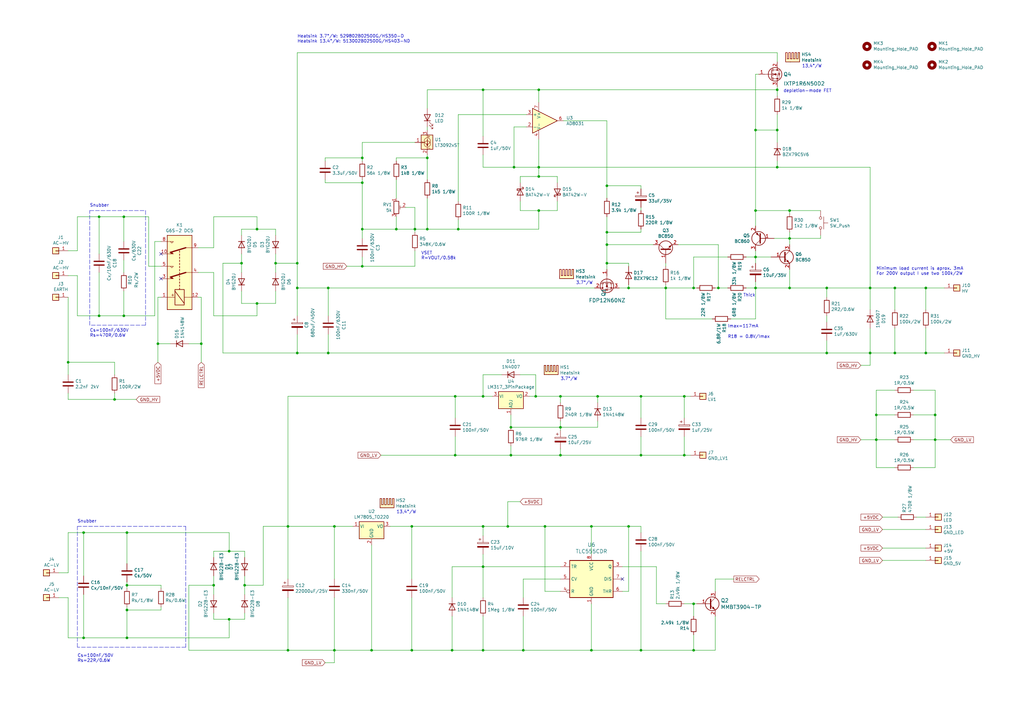
<source format=kicad_sch>
(kicad_sch (version 20211123) (generator eeschema)
  (paper "A3")
  (title_block (title "Discrete HV Supply T-Reg based") (date "2022-08-12") (rev "V3"))
  (junction (at 248.92 76.2))
  (junction (at 52.07 250.19))
  (junction (at 248.92 107.95))
  (junction (at 175.26 64.77))
  (junction (at 220.98 86.36))
  (junction (at 242.57 215.9))
  (junction (at 148.59 109.22))
  (junction (at 170.18 93.98))
  (junction (at 229.87 186.69))
  (junction (at 248.92 95.25))
  (junction (at 223.52 215.9))
  (junction (at 198.12 266.7))
  (junction (at 168.91 215.9))
  (junction (at 339.09 144.78))
  (junction (at 262.89 186.69))
  (junction (at 356.87 118.11))
  (junction (at 309.88 118.11))
  (junction (at 318.77 36.83))
  (junction (at 100.33 240.03))
  (junction (at 198.12 232.41))
  (junction (at 367.03 144.78))
  (junction (at 257.81 215.9))
  (junction (at 99.06 107.95))
  (junction (at 162.56 93.98))
  (junction (at 121.92 118.11))
  (junction (at 40.64 88.9))
  (junction (at 208.28 215.9))
  (junction (at 280.67 186.69))
  (junction (at 229.87 162.56))
  (junction (at 209.55 186.69))
  (junction (at 82.55 140.97))
  (junction (at 379.73 144.78))
  (junction (at 118.11 266.7))
  (junction (at 323.85 118.11))
  (junction (at 34.29 218.44))
  (junction (at 214.63 266.7))
  (junction (at 148.59 64.77))
  (junction (at 50.8 129.54))
  (junction (at 118.11 215.9))
  (junction (at 121.92 144.78))
  (junction (at 198.12 215.9))
  (junction (at 168.91 266.7))
  (junction (at 323.85 97.79))
  (junction (at 318.77 53.34))
  (junction (at 134.62 118.11))
  (junction (at 379.73 118.11))
  (junction (at 46.99 163.83))
  (junction (at 339.09 118.11))
  (junction (at 34.29 261.62))
  (junction (at 137.16 215.9))
  (junction (at 383.54 170.18))
  (junction (at 209.55 175.26))
  (junction (at 148.59 74.93))
  (junction (at 220.98 72.39))
  (junction (at 113.03 107.95))
  (junction (at 273.05 118.11))
  (junction (at 284.48 118.11))
  (junction (at 27.94 148.59))
  (junction (at 186.69 186.69))
  (junction (at 52.07 261.62))
  (junction (at 262.89 162.56))
  (junction (at 245.11 162.56))
  (junction (at 318.77 68.58))
  (junction (at 93.98 254))
  (junction (at 121.92 107.95))
  (junction (at 187.96 93.98))
  (junction (at 284.48 266.7))
  (junction (at 198.12 36.83))
  (junction (at 383.54 180.34))
  (junction (at 359.41 170.18))
  (junction (at 105.41 93.98))
  (junction (at 309.88 53.34))
  (junction (at 40.64 129.54))
  (junction (at 134.62 144.78))
  (junction (at 280.67 162.56))
  (junction (at 64.77 140.97))
  (junction (at 262.89 266.7))
  (junction (at 219.71 162.56))
  (junction (at 52.07 240.03))
  (junction (at 220.98 36.83))
  (junction (at 323.85 86.36))
  (junction (at 93.98 226.06))
  (junction (at 148.59 93.98))
  (junction (at 367.03 118.11))
  (junction (at 242.57 266.7))
  (junction (at 359.41 180.34))
  (junction (at 309.88 86.36))
  (junction (at 257.81 118.11))
  (junction (at 210.82 68.58))
  (junction (at 152.4 266.7))
  (junction (at 50.8 88.9))
  (junction (at 356.87 144.78))
  (junction (at 198.12 162.56))
  (junction (at 175.26 93.98))
  (junction (at 87.63 240.03))
  (junction (at 185.42 266.7))
  (junction (at 229.87 175.26))
  (junction (at 309.88 105.41))
  (junction (at 186.69 162.56))
  (junction (at 284.48 247.65))
  (junction (at 220.98 68.58))
  (junction (at 248.92 100.33))
  (junction (at 105.41 124.46))
  (junction (at 52.07 218.44))
  (junction (at 137.16 266.7))
  (junction (at 294.64 118.11))
  (no_connect (at 66.04 114.3))
  (no_connect (at 255.27 237.49))
  (no_connect (at 66.04 104.14))
  (wire (pts (xy 242.57 266.7) (xy 262.89 266.7)))
  (wire (pts (xy 148.59 64.77) (xy 148.59 66.04)))
  (wire (pts (xy 121.92 144.78) (xy 134.62 144.78)))
  (wire (pts (xy 257.81 107.95) (xy 248.92 107.95)))
  (wire (pts (xy 220.98 68.58) (xy 220.98 57.15)))
  (wire (pts (xy 99.06 93.98) (xy 105.41 93.98)))
  (wire (pts (xy 46.99 163.83) (xy 27.94 163.83)))
  (wire (pts (xy 306.07 118.11) (xy 309.88 118.11)))
  (wire (pts (xy 229.87 175.26) (xy 229.87 176.53)))
  (wire (pts (xy 121.92 21.59) (xy 121.92 107.95)))
  (wire (pts (xy 52.07 248.92) (xy 52.07 250.19)))
  (wire (pts (xy 87.63 254) (xy 87.63 251.46)))
  (wire (pts (xy 374.65 191.77) (xy 383.54 191.77)))
  (wire (pts (xy 168.91 245.11) (xy 168.91 266.7)))
  (polyline (pts (xy 31.75 215.9) (xy 76.2 215.9)))
  (wire (pts (xy 152.4 266.7) (xy 168.91 266.7)))
  (wire (pts (xy 318.77 53.34) (xy 318.77 46.99)))
  (wire (pts (xy 160.02 215.9) (xy 168.91 215.9)))
  (wire (pts (xy 248.92 76.2) (xy 248.92 81.28)))
  (wire (pts (xy 99.06 96.52) (xy 99.06 93.98)))
  (wire (pts (xy 387.35 144.78) (xy 379.73 144.78)))
  (polyline (pts (xy 59.69 86.36) (xy 59.69 133.35)))
  (wire (pts (xy 27.94 148.59) (xy 27.94 153.67)))
  (wire (pts (xy 205.74 153.67) (xy 198.12 153.67)))
  (wire (pts (xy 213.36 205.74) (xy 208.28 205.74)))
  (wire (pts (xy 63.5 129.54) (xy 63.5 99.06)))
  (wire (pts (xy 175.26 73.66) (xy 175.26 64.77)))
  (wire (pts (xy 255.27 242.57) (xy 257.81 242.57)))
  (wire (pts (xy 284.48 105.41) (xy 284.48 118.11)))
  (wire (pts (xy 118.11 266.7) (xy 77.47 266.7)))
  (wire (pts (xy 137.16 266.7) (xy 152.4 266.7)))
  (wire (pts (xy 220.98 36.83) (xy 318.77 36.83)))
  (wire (pts (xy 87.63 236.22) (xy 87.63 240.03)))
  (wire (pts (xy 168.91 215.9) (xy 198.12 215.9)))
  (wire (pts (xy 209.55 175.26) (xy 229.87 175.26)))
  (wire (pts (xy 353.06 149.86) (xy 356.87 149.86)))
  (wire (pts (xy 294.64 118.11) (xy 298.45 118.11)))
  (wire (pts (xy 148.59 97.79) (xy 148.59 93.98)))
  (wire (pts (xy 262.89 77.47) (xy 262.89 76.2)))
  (wire (pts (xy 262.89 218.44) (xy 262.89 215.9)))
  (wire (pts (xy 389.89 180.34) (xy 383.54 180.34)))
  (wire (pts (xy 293.37 118.11) (xy 294.64 118.11)))
  (wire (pts (xy 185.42 266.7) (xy 198.12 266.7)))
  (wire (pts (xy 208.28 215.9) (xy 223.52 215.9)))
  (wire (pts (xy 107.95 240.03) (xy 107.95 215.9)))
  (wire (pts (xy 148.59 74.93) (xy 148.59 73.66)))
  (wire (pts (xy 52.07 261.62) (xy 93.98 261.62)))
  (wire (pts (xy 185.42 232.41) (xy 198.12 232.41)))
  (wire (pts (xy 361.95 224.79) (xy 379.73 224.79)))
  (wire (pts (xy 323.85 87.63) (xy 323.85 86.36)))
  (wire (pts (xy 262.89 171.45) (xy 262.89 162.56)))
  (wire (pts (xy 187.96 93.98) (xy 220.98 93.98)))
  (wire (pts (xy 27.94 245.11) (xy 27.94 261.62)))
  (wire (pts (xy 34.29 218.44) (xy 34.29 236.22)))
  (wire (pts (xy 50.8 88.9) (xy 60.96 88.9)))
  (wire (pts (xy 137.16 245.11) (xy 137.16 266.7)))
  (wire (pts (xy 284.48 260.35) (xy 284.48 266.7)))
  (wire (pts (xy 379.73 118.11) (xy 387.35 118.11)))
  (wire (pts (xy 82.55 140.97) (xy 77.47 140.97)))
  (wire (pts (xy 273.05 247.65) (xy 269.24 247.65)))
  (wire (pts (xy 55.88 163.83) (xy 46.99 163.83)))
  (wire (pts (xy 359.41 170.18) (xy 359.41 180.34)))
  (wire (pts (xy 273.05 118.11) (xy 284.48 118.11)))
  (wire (pts (xy 323.85 110.49) (xy 323.85 118.11)))
  (wire (pts (xy 280.67 179.07) (xy 280.67 186.69)))
  (wire (pts (xy 367.03 127) (xy 367.03 118.11)))
  (wire (pts (xy 121.92 21.59) (xy 318.77 21.59)))
  (wire (pts (xy 367.03 144.78) (xy 356.87 144.78)))
  (wire (pts (xy 257.81 109.22) (xy 257.81 107.95)))
  (wire (pts (xy 91.44 144.78) (xy 121.92 144.78)))
  (wire (pts (xy 185.42 232.41) (xy 185.42 245.11)))
  (wire (pts (xy 257.81 242.57) (xy 257.81 215.9)))
  (wire (pts (xy 27.94 234.95) (xy 27.94 218.44)))
  (wire (pts (xy 309.88 53.34) (xy 318.77 53.34)))
  (wire (pts (xy 168.91 266.7) (xy 185.42 266.7)))
  (wire (pts (xy 356.87 144.78) (xy 356.87 134.62)))
  (wire (pts (xy 148.59 58.42) (xy 148.59 64.77)))
  (wire (pts (xy 356.87 118.11) (xy 356.87 127)))
  (wire (pts (xy 31.75 102.87) (xy 31.75 88.9)))
  (wire (pts (xy 318.77 21.59) (xy 318.77 25.4)))
  (wire (pts (xy 27.94 102.87) (xy 31.75 102.87)))
  (wire (pts (xy 175.26 64.77) (xy 175.26 63.5)))
  (wire (pts (xy 198.12 68.58) (xy 210.82 68.58)))
  (wire (pts (xy 223.52 215.9) (xy 242.57 215.9)))
  (wire (pts (xy 318.77 66.04) (xy 318.77 68.58)))
  (wire (pts (xy 209.55 182.88) (xy 209.55 186.69)))
  (wire (pts (xy 46.99 161.29) (xy 46.99 163.83)))
  (wire (pts (xy 99.06 107.95) (xy 91.44 107.95)))
  (wire (pts (xy 187.96 46.99) (xy 187.96 82.55)))
  (wire (pts (xy 262.89 266.7) (xy 284.48 266.7)))
  (wire (pts (xy 162.56 66.04) (xy 162.56 64.77)))
  (wire (pts (xy 24.13 234.95) (xy 27.94 234.95)))
  (wire (pts (xy 280.67 162.56) (xy 283.21 162.56)))
  (wire (pts (xy 162.56 93.98) (xy 170.18 93.98)))
  (wire (pts (xy 248.92 107.95) (xy 248.92 110.49)))
  (wire (pts (xy 148.59 93.98) (xy 148.59 74.93)))
  (wire (pts (xy 273.05 109.22) (xy 273.05 107.95)))
  (wire (pts (xy 269.24 232.41) (xy 255.27 232.41)))
  (wire (pts (xy 87.63 111.76) (xy 81.28 111.76)))
  (wire (pts (xy 187.96 93.98) (xy 187.96 90.17)))
  (wire (pts (xy 367.03 118.11) (xy 379.73 118.11)))
  (wire (pts (xy 367.03 191.77) (xy 359.41 191.77)))
  (wire (pts (xy 133.35 66.04) (xy 133.35 64.77)))
  (wire (pts (xy 87.63 88.9) (xy 105.41 88.9)))
  (wire (pts (xy 66.04 240.03) (xy 66.04 241.3)))
  (wire (pts (xy 245.11 172.72) (xy 245.11 175.26)))
  (wire (pts (xy 242.57 247.65) (xy 242.57 266.7)))
  (wire (pts (xy 229.87 162.56) (xy 245.11 162.56)))
  (wire (pts (xy 213.36 72.39) (xy 213.36 74.93)))
  (wire (pts (xy 121.92 118.11) (xy 121.92 129.54)))
  (wire (pts (xy 229.87 242.57) (xy 223.52 242.57)))
  (wire (pts (xy 339.09 118.11) (xy 356.87 118.11)))
  (wire (pts (xy 198.12 36.83) (xy 220.98 36.83)))
  (wire (pts (xy 361.95 212.09) (xy 368.3 212.09)))
  (wire (pts (xy 367.03 134.62) (xy 367.03 144.78)))
  (wire (pts (xy 134.62 118.11) (xy 243.84 118.11)))
  (wire (pts (xy 367.03 160.02) (xy 359.41 160.02)))
  (wire (pts (xy 214.63 266.7) (xy 242.57 266.7)))
  (wire (pts (xy 77.47 240.03) (xy 87.63 240.03)))
  (wire (pts (xy 198.12 215.9) (xy 208.28 215.9)))
  (wire (pts (xy 142.24 109.22) (xy 148.59 109.22)))
  (wire (pts (xy 118.11 237.49) (xy 118.11 215.9)))
  (wire (pts (xy 262.89 93.98) (xy 262.89 95.25)))
  (wire (pts (xy 219.71 162.56) (xy 229.87 162.56)))
  (wire (pts (xy 220.98 86.36) (xy 228.6 86.36)))
  (polyline (pts (xy 59.69 133.35) (xy 36.83 133.35)))
  (wire (pts (xy 121.92 144.78) (xy 121.92 137.16)))
  (wire (pts (xy 186.69 179.07) (xy 186.69 186.69)))
  (wire (pts (xy 24.13 245.11) (xy 27.94 245.11)))
  (wire (pts (xy 46.99 153.67) (xy 46.99 148.59)))
  (wire (pts (xy 186.69 186.69) (xy 209.55 186.69)))
  (wire (pts (xy 273.05 130.81) (xy 292.1 130.81)))
  (wire (pts (xy 245.11 165.1) (xy 245.11 162.56)))
  (wire (pts (xy 356.87 68.58) (xy 356.87 118.11)))
  (wire (pts (xy 198.12 219.71) (xy 198.12 215.9)))
  (wire (pts (xy 284.48 252.73) (xy 284.48 247.65)))
  (wire (pts (xy 210.82 52.07) (xy 210.82 68.58)))
  (wire (pts (xy 339.09 144.78) (xy 356.87 144.78)))
  (wire (pts (xy 133.35 271.78) (xy 137.16 271.78)))
  (wire (pts (xy 40.64 88.9) (xy 40.64 104.14)))
  (wire (pts (xy 170.18 93.98) (xy 175.26 93.98)))
  (wire (pts (xy 60.96 109.22) (xy 66.04 109.22)))
  (wire (pts (xy 257.81 118.11) (xy 257.81 116.84)))
  (wire (pts (xy 52.07 231.14) (xy 52.07 218.44)))
  (wire (pts (xy 198.12 55.88) (xy 198.12 36.83)))
  (wire (pts (xy 336.55 97.79) (xy 323.85 97.79)))
  (wire (pts (xy 318.77 68.58) (xy 356.87 68.58)))
  (wire (pts (xy 213.36 86.36) (xy 220.98 86.36)))
  (wire (pts (xy 100.33 240.03) (xy 107.95 240.03)))
  (wire (pts (xy 248.92 100.33) (xy 248.92 107.95)))
  (wire (pts (xy 220.98 41.91) (xy 220.98 36.83)))
  (wire (pts (xy 229.87 175.26) (xy 229.87 172.72)))
  (wire (pts (xy 379.73 134.62) (xy 379.73 144.78)))
  (wire (pts (xy 379.73 217.17) (xy 361.95 217.17)))
  (wire (pts (xy 208.28 205.74) (xy 208.28 215.9)))
  (wire (pts (xy 166.37 85.09) (xy 170.18 85.09)))
  (wire (pts (xy 162.56 88.9) (xy 162.56 93.98)))
  (wire (pts (xy 31.75 113.03) (xy 31.75 129.54)))
  (wire (pts (xy 213.36 82.55) (xy 213.36 86.36)))
  (wire (pts (xy 284.48 266.7) (xy 293.37 266.7)))
  (wire (pts (xy 31.75 129.54) (xy 40.64 129.54)))
  (wire (pts (xy 220.98 68.58) (xy 318.77 68.58)))
  (wire (pts (xy 170.18 58.42) (xy 148.59 58.42)))
  (wire (pts (xy 309.88 118.11) (xy 309.88 115.57)))
  (wire (pts (xy 356.87 118.11) (xy 367.03 118.11)))
  (wire (pts (xy 245.11 162.56) (xy 262.89 162.56)))
  (wire (pts (xy 185.42 266.7) (xy 185.42 252.73)))
  (wire (pts (xy 152.4 223.52) (xy 152.4 266.7)))
  (wire (pts (xy 99.06 107.95) (xy 99.06 104.14)))
  (wire (pts (xy 374.65 180.34) (xy 383.54 180.34)))
  (wire (pts (xy 162.56 64.77) (xy 175.26 64.77)))
  (wire (pts (xy 284.48 118.11) (xy 285.75 118.11)))
  (wire (pts (xy 198.12 162.56) (xy 201.93 162.56)))
  (wire (pts (xy 359.41 191.77) (xy 359.41 180.34)))
  (wire (pts (xy 318.77 35.56) (xy 318.77 36.83)))
  (wire (pts (xy 359.41 180.34) (xy 367.03 180.34)))
  (wire (pts (xy 309.88 107.95) (xy 309.88 105.41)))
  (polyline (pts (xy 36.83 133.35) (xy 36.83 86.36)))
  (wire (pts (xy 81.28 101.6) (xy 87.63 101.6)))
  (wire (pts (xy 336.55 96.52) (xy 336.55 97.79)))
  (wire (pts (xy 40.64 111.76) (xy 40.64 129.54)))
  (wire (pts (xy 113.03 107.95) (xy 121.92 107.95)))
  (wire (pts (xy 99.06 124.46) (xy 105.41 124.46)))
  (wire (pts (xy 214.63 245.11) (xy 214.63 237.49)))
  (wire (pts (xy 257.81 118.11) (xy 273.05 118.11)))
  (wire (pts (xy 100.33 251.46) (xy 100.33 254)))
  (wire (pts (xy 52.07 250.19) (xy 52.07 261.62)))
  (wire (pts (xy 367.03 170.18) (xy 359.41 170.18)))
  (wire (pts (xy 280.67 171.45) (xy 280.67 162.56)))
  (wire (pts (xy 248.92 95.25) (xy 248.92 100.33)))
  (wire (pts (xy 219.71 153.67) (xy 219.71 162.56)))
  (wire (pts (xy 82.55 121.92) (xy 82.55 140.97)))
  (wire (pts (xy 375.92 212.09) (xy 379.73 212.09)))
  (wire (pts (xy 220.98 68.58) (xy 220.98 72.39)))
  (wire (pts (xy 133.35 74.93) (xy 148.59 74.93)))
  (wire (pts (xy 262.89 162.56) (xy 280.67 162.56)))
  (wire (pts (xy 309.88 130.81) (xy 309.88 118.11)))
  (wire (pts (xy 383.54 160.02) (xy 374.65 160.02)))
  (wire (pts (xy 318.77 36.83) (xy 318.77 39.37)))
  (wire (pts (xy 63.5 99.06) (xy 66.04 99.06)))
  (wire (pts (xy 50.8 119.38) (xy 50.8 129.54)))
  (wire (pts (xy 50.8 88.9) (xy 50.8 99.06)))
  (wire (pts (xy 383.54 191.77) (xy 383.54 180.34)))
  (wire (pts (xy 137.16 215.9) (xy 144.78 215.9)))
  (wire (pts (xy 81.28 121.92) (xy 82.55 121.92)))
  (wire (pts (xy 198.12 232.41) (xy 229.87 232.41)))
  (wire (pts (xy 383.54 170.18) (xy 383.54 160.02)))
  (wire (pts (xy 118.11 266.7) (xy 137.16 266.7)))
  (wire (pts (xy 229.87 186.69) (xy 262.89 186.69)))
  (wire (pts (xy 121.92 107.95) (xy 121.92 118.11)))
  (wire (pts (xy 383.54 170.18) (xy 374.65 170.18)))
  (wire (pts (xy 198.12 252.73) (xy 198.12 266.7)))
  (wire (pts (xy 170.18 109.22) (xy 170.18 102.87)))
  (wire (pts (xy 134.62 118.11) (xy 121.92 118.11)))
  (wire (pts (xy 198.12 266.7) (xy 214.63 266.7)))
  (wire (pts (xy 214.63 252.73) (xy 214.63 266.7)))
  (wire (pts (xy 186.69 171.45) (xy 186.69 162.56)))
  (wire (pts (xy 27.94 163.83) (xy 27.94 161.29)))
  (wire (pts (xy 213.36 153.67) (xy 219.71 153.67)))
  (wire (pts (xy 273.05 118.11) (xy 273.05 116.84)))
  (wire (pts (xy 309.88 30.48) (xy 311.15 30.48)))
  (wire (pts (xy 52.07 241.3) (xy 52.07 240.03)))
  (wire (pts (xy 118.11 245.11) (xy 118.11 266.7)))
  (wire (pts (xy 77.47 266.7) (xy 77.47 240.03)))
  (wire (pts (xy 148.59 105.41) (xy 148.59 109.22)))
  (wire (pts (xy 229.87 165.1) (xy 229.87 162.56)))
  (wire (pts (xy 323.85 118.11) (xy 309.88 118.11)))
  (wire (pts (xy 280.67 186.69) (xy 283.21 186.69)))
  (wire (pts (xy 118.11 215.9) (xy 118.11 162.56)))
  (wire (pts (xy 50.8 129.54) (xy 40.64 129.54)))
  (wire (pts (xy 356.87 149.86) (xy 356.87 144.78)))
  (wire (pts (xy 93.98 261.62) (xy 93.98 254)))
  (wire (pts (xy 262.89 226.06) (xy 262.89 266.7)))
  (wire (pts (xy 273.05 130.81) (xy 273.05 118.11)))
  (wire (pts (xy 383.54 180.34) (xy 383.54 170.18)))
  (wire (pts (xy 323.85 86.36) (xy 309.88 86.36)))
  (wire (pts (xy 306.07 105.41) (xy 309.88 105.41)))
  (wire (pts (xy 298.45 105.41) (xy 284.48 105.41)))
  (wire (pts (xy 323.85 86.36) (xy 336.55 86.36)))
  (wire (pts (xy 137.16 271.78) (xy 137.16 266.7)))
  (wire (pts (xy 93.98 226.06) (xy 100.33 226.06)))
  (wire (pts (xy 175.26 36.83) (xy 198.12 36.83)))
  (wire (pts (xy 223.52 242.57) (xy 223.52 215.9)))
  (wire (pts (xy 52.07 218.44) (xy 34.29 218.44)))
  (wire (pts (xy 113.03 107.95) (xy 113.03 111.76)))
  (wire (pts (xy 228.6 86.36) (xy 228.6 82.55)))
  (wire (pts (xy 133.35 73.66) (xy 133.35 74.93)))
  (wire (pts (xy 262.89 186.69) (xy 280.67 186.69)))
  (wire (pts (xy 228.6 72.39) (xy 220.98 72.39)))
  (wire (pts (xy 105.41 124.46) (xy 105.41 129.54)))
  (wire (pts (xy 359.41 180.34) (xy 353.06 180.34)))
  (wire (pts (xy 148.59 109.22) (xy 170.18 109.22)))
  (wire (pts (xy 339.09 121.92) (xy 339.09 118.11)))
  (wire (pts (xy 248.92 49.53) (xy 248.92 76.2)))
  (wire (pts (xy 317.5 97.79) (xy 323.85 97.79)))
  (wire (pts (xy 284.48 247.65) (xy 285.75 247.65)))
  (wire (pts (xy 267.97 100.33) (xy 248.92 100.33)))
  (wire (pts (xy 323.85 118.11) (xy 339.09 118.11)))
  (wire (pts (xy 309.88 105.41) (xy 309.88 102.87)))
  (wire (pts (xy 137.16 237.49) (xy 137.16 215.9)))
  (wire (pts (xy 262.89 76.2) (xy 248.92 76.2)))
  (wire (pts (xy 87.63 254) (xy 93.98 254)))
  (wire (pts (xy 105.41 124.46) (xy 113.03 124.46)))
  (wire (pts (xy 99.06 119.38) (xy 99.06 124.46)))
  (wire (pts (xy 215.9 52.07) (xy 210.82 52.07)))
  (wire (pts (xy 91.44 107.95) (xy 91.44 144.78)))
  (wire (pts (xy 209.55 175.26) (xy 209.55 170.18)))
  (polyline (pts (xy 76.2 215.9) (xy 76.2 265.43)))
  (wire (pts (xy 64.77 140.97) (xy 69.85 140.97)))
  (wire (pts (xy 379.73 144.78) (xy 367.03 144.78)))
  (wire (pts (xy 175.26 36.83) (xy 175.26 44.45)))
  (wire (pts (xy 309.88 53.34) (xy 309.88 30.48)))
  (wire (pts (xy 105.41 129.54) (xy 87.63 129.54)))
  (wire (pts (xy 52.07 240.03) (xy 66.04 240.03)))
  (wire (pts (xy 220.98 72.39) (xy 213.36 72.39)))
  (wire (pts (xy 339.09 132.08) (xy 339.09 129.54)))
  (wire (pts (xy 105.41 93.98) (xy 113.03 93.98)))
  (wire (pts (xy 134.62 144.78) (xy 134.62 137.16)))
  (wire (pts (xy 284.48 247.65) (xy 280.67 247.65)))
  (wire (pts (xy 66.04 248.92) (xy 66.04 250.19)))
  (wire (pts (xy 27.94 121.92) (xy 27.94 148.59)))
  (polyline (pts (xy 31.75 265.43) (xy 31.75 215.9)))
  (wire (pts (xy 134.62 144.78) (xy 339.09 144.78)))
  (wire (pts (xy 87.63 226.06) (xy 93.98 226.06)))
  (wire (pts (xy 175.26 93.98) (xy 175.26 81.28)))
  (wire (pts (xy 228.6 74.93) (xy 228.6 72.39)))
  (wire (pts (xy 242.57 215.9) (xy 257.81 215.9)))
  (wire (pts (xy 294.64 100.33) (xy 278.13 100.33)))
  (wire (pts (xy 50.8 129.54) (xy 63.5 129.54)))
  (wire (pts (xy 156.21 186.69) (xy 186.69 186.69)))
  (wire (pts (xy 87.63 226.06) (xy 87.63 228.6)))
  (wire (pts (xy 229.87 184.15) (xy 229.87 186.69)))
  (wire (pts (xy 257.81 215.9) (xy 262.89 215.9)))
  (wire (pts (xy 64.77 140.97) (xy 64.77 121.92)))
  (wire (pts (xy 175.26 93.98) (xy 187.96 93.98)))
  (wire (pts (xy 242.57 227.33) (xy 242.57 215.9)))
  (wire (pts (xy 27.94 261.62) (xy 34.29 261.62)))
  (wire (pts (xy 162.56 81.28) (xy 162.56 73.66)))
  (wire (pts (xy 52.07 238.76) (xy 52.07 240.03)))
  (wire (pts (xy 219.71 162.56) (xy 217.17 162.56)))
  (wire (pts (xy 215.9 46.99) (xy 187.96 46.99)))
  (wire (pts (xy 64.77 121.92) (xy 66.04 121.92)))
  (wire (pts (xy 175.26 53.34) (xy 175.26 52.07)))
  (wire (pts (xy 316.23 105.41) (xy 309.88 105.41)))
  (wire (pts (xy 113.03 104.14) (xy 113.03 107.95)))
  (wire (pts (xy 118.11 215.9) (xy 137.16 215.9)))
  (wire (pts (xy 60.96 88.9) (xy 60.96 109.22)))
  (wire (pts (xy 186.69 162.56) (xy 198.12 162.56)))
  (wire (pts (xy 50.8 88.9) (xy 40.64 88.9)))
  (polyline (pts (xy 36.83 86.36) (xy 59.69 86.36)))
  (wire (pts (xy 214.63 237.49) (xy 229.87 237.49)))
  (wire (pts (xy 323.85 100.33) (xy 323.85 97.79)))
  (wire (pts (xy 299.72 130.81) (xy 309.88 130.81)))
  (wire (pts (xy 262.89 86.36) (xy 262.89 85.09)))
  (wire (pts (xy 87.63 101.6) (xy 87.63 88.9)))
  (wire (pts (xy 198.12 63.5) (xy 198.12 68.58)))
  (wire (pts (xy 254 118.11) (xy 257.81 118.11)))
  (wire (pts (xy 27.94 113.03) (xy 31.75 113.03)))
  (wire (pts (xy 113.03 124.46) (xy 113.03 119.38)))
  (wire (pts (xy 93.98 218.44) (xy 93.98 226.06)))
  (wire (pts (xy 323.85 97.79) (xy 323.85 95.25)))
  (wire (pts (xy 170.18 85.09) (xy 170.18 93.98)))
  (wire (pts (xy 93.98 218.44) (xy 52.07 218.44)))
  (wire (pts (xy 52.07 261.62) (xy 34.29 261.62)))
  (wire (pts (xy 66.04 250.19) (xy 52.07 250.19)))
  (wire (pts (xy 209.55 186.69) (xy 229.87 186.69)))
  (wire (pts (xy 64.77 148.59) (xy 64.77 140.97)))
  (wire (pts (xy 198.12 232.41) (xy 198.12 245.11)))
  (wire (pts (xy 134.62 129.54) (xy 134.62 118.11)))
  (wire (pts (xy 220.98 93.98) (xy 220.98 86.36)))
  (wire (pts (xy 309.88 86.36) (xy 309.88 53.34)))
  (wire (pts (xy 87.63 129.54) (xy 87.63 111.76)))
  (wire (pts (xy 262.89 179.07) (xy 262.89 186.69)))
  (wire (pts (xy 100.33 226.06) (xy 100.33 228.6)))
  (wire (pts (xy 210.82 68.58) (xy 220.98 68.58)))
  (wire (pts (xy 309.88 86.36) (xy 309.88 92.71)))
  (wire (pts (xy 262.89 95.25) (xy 248.92 95.25)))
  (wire (pts (xy 46.99 148.59) (xy 27.94 148.59)))
  (wire (pts (xy 82.55 148.59) (xy 82.55 140.97)))
  (wire (pts (xy 162.56 93.98) (xy 148.59 93.98)))
  (wire (pts (xy 87.63 240.03) (xy 87.63 243.84)))
  (wire (pts (xy 27.94 218.44) (xy 34.29 218.44)))
  (wire (pts (xy 300.99 237.49) (xy 293.37 237.49)))
  (wire (pts (xy 168.91 215.9) (xy 168.91 237.49)))
  (wire (pts (xy 107.95 215.9) (xy 118.11 215.9)))
  (wire (pts (xy 198.12 232.41) (xy 198.12 227.33)))
  (wire (pts (xy 318.77 58.42) (xy 318.77 53.34)))
  (wire (pts (xy 198.12 153.67) (xy 198.12 162.56)))
  (wire (pts (xy 93.98 254) (xy 100.33 254)))
  (wire (pts (xy 105.41 93.98) (xy 105.41 88.9)))
  (wire (pts (xy 339.09 139.7) (xy 339.09 144.78)))
  (wire (pts (xy 100.33 236.22) (xy 100.33 240.03)))
  (wire (pts (xy 50.8 106.68) (xy 50.8 111.76)))
  (wire (pts (xy 99.06 111.76) (xy 99.06 107.95)))
  (wire (pts (xy 118.11 162.56) (xy 186.69 162.56)))
  (wire (pts (xy 100.33 240.03) (xy 100.33 243.84)))
  (wire (pts (xy 248.92 49.53) (xy 231.14 49.53)))
  (wire (pts (xy 379.73 127) (xy 379.73 118.11)))
  (wire (pts (xy 245.11 175.26) (xy 229.87 175.26)))
  (wire (pts (xy 31.75 88.9) (xy 40.64 88.9)))
  (wire (pts (xy 379.73 229.87) (xy 361.95 229.87)))
  (polyline (pts (xy 76.2 265.43) (xy 31.75 265.43)))
  (wire (pts (xy 248.92 88.9) (xy 248.92 95.25)))
  (wire (pts (xy 133.35 64.77) (xy 148.59 64.77)))
  (wire (pts (xy 293.37 237.49) (xy 293.37 242.57)))
  (wire (pts (xy 293.37 252.73) (xy 293.37 266.7)))
  (wire (pts (xy 170.18 95.25) (xy 170.18 93.98)))
  (wire (pts (xy 34.29 261.62) (xy 34.29 243.84)))
  (wire (pts (xy 359.41 160.02) (xy 359.41 170.18)))
  (wire (pts (xy 113.03 93.98) (xy 113.03 96.52)))
  (wire (pts (xy 294.64 118.11) (xy 294.64 100.33)))
  (wire (pts (xy 269.24 247.65) (xy 269.24 232.41)))
  (text "13,4°/W" (at 162.56 210.82 0) (effects (font (size 1.27 1.27)) (justify left bottom)))
  (text "VSET\nR=VOUT/0.58k\n" (at 172.72 106.68 0) (effects (font (size 1.27 1.27)) (justify left bottom)))
  (text "Snubber" (at 31.75 214.63 0) (effects (font (size 1.27 1.27)) (justify left bottom)))
  (text "Thick" (at 304.8 121.92 0) (effects (font (size 1.27 1.27)) (justify left bottom)))
  (text "Cs=100nF/50V\nRs=22R/0.6W" (at 31.75 271.78 0) (effects (font (size 1.27 1.27)) (justify left bottom)))
  (text "depletion-mode FET" (at 321.31 38.1 0) (effects (font (size 1.27 1.27)) (justify left bottom)))
  (text "3.7°/W" (at 229.87 156.21 0) (effects (font (size 1.27 1.27)) (justify left bottom)))
  (text "Minimum load current is aprox. 3mA\nFor 200V output I use two 100k/2W" (at 359.41 113.03 0) (effects (font (size 1.27 1.27)) (justify left bottom)))
  (text "Cs=100nF/630V\nRs=470R/0.6W" (at 36.83 138.43 0) (effects (font (size 1.27 1.27)) (justify left bottom)))
  (text "Heatsink 3.7°/W: 529802B02500G/HS350-D\nHeatsink 13.4°/W: 513002B02500G/HS403-ND" (at 121.92 17.78 0) (effects (font (size 1.27 1.27)) (justify left bottom)))
  (text "R18 = 0.8V/Imax\n\n" (at 298.45 140.97 0) (effects (font (size 1.27 1.27)) (justify left bottom)))
  (text "13,4°/W" (at 328.93 27.94 0) (effects (font (size 1.27 1.27)) (justify left bottom)))
  (text "3.7°/W" (at 236.22 116.84 0) (effects (font (size 1.27 1.27)) (justify left bottom)))
  (text "Snubber" (at 36.83 85.09 0) (effects (font (size 1.27 1.27)) (justify left bottom)))
  (text "Imax=117mA" (at 298.45 134.62 0) (effects (font (size 1.27 1.27)) (justify left bottom)))
  (global_label "GND_LV" (shape input) (at 361.95 229.87 180) (property "Intersheet References" "${INTERSHEET_REFS}" (effects hide)))
  (global_label "GND_LV" (shape input) (at 156.21 186.69 180) (property "Intersheet References" "${INTERSHEET_REFS}" (effects hide)))
  (global_label "GND_LV" (shape input) (at 389.89 180.34 0) (property "Intersheet References" "${INTERSHEET_REFS}" (effects hide)))
  (global_label "RELCTRL" (shape output) (at 300.99 237.49 0) (property "Intersheet References" "${INTERSHEET_REFS}" (effects hide)))
  (global_label "GND_HV" (shape input) (at 353.06 149.86 180) (property "Intersheet References" "${INTERSHEET_REFS}" (effects hide)))
  (global_label "GND_LV" (shape input) (at 361.95 217.17 180) (property "Intersheet References" "${INTERSHEET_REFS}" (effects hide)))
  (global_label "RELCTRL" (shape input) (at 82.55 148.59 270) (property "Intersheet References" "${INTERSHEET_REFS}" (effects hide)))
  (global_label "+5VDC" (shape input) (at 361.95 224.79 180) (property "Intersheet References" "${INTERSHEET_REFS}" (effects hide)))
  (global_label "+5VDC" (shape input) (at 361.95 212.09 180) (property "Intersheet References" "${INTERSHEET_REFS}" (effects hide)))
  (global_label "GND_HV" (shape input) (at 142.24 109.22 180) (property "Intersheet References" "${INTERSHEET_REFS}" (effects hide)))
  (global_label "GND_HV" (shape input) (at 353.06 180.34 180) (property "Intersheet References" "${INTERSHEET_REFS}" (effects hide)))
  (global_label "+5VDC" (shape input) (at 213.36 205.74 0) (property "Intersheet References" "${INTERSHEET_REFS}" (effects hide)))
  (global_label "GND_LV" (shape input) (at 133.35 271.78 180) (property "Intersheet References" "${INTERSHEET_REFS}" (effects hide)))
  (global_label "GND_HV" (shape input) (at 55.88 163.83 0) (property "Intersheet References" "${INTERSHEET_REFS}" (effects hide)))
  (global_label "+5VDC" (shape input) (at 64.77 148.59 270) (property "Intersheet References" "${INTERSHEET_REFS}" (effects hide)))
  (symbol (lib_id "Mechanical:MountingHole") (at 382.27 19.05 0) (unit 1)
    (property "Reference" "MK1" (at 384.81 17.7546 0) (effects (justify left)))
    (property "Value" "Mounting_Hole_PAD" (at 384.81 20.066 0) (effects (justify left)))
    (property "Footprint" "Mounting_Holes:MountingHole_3.2mm_M3" (effects hide))
  )
  (symbol (lib_id "Mechanical:MountingHole") (at 382.27 26.67 0) (unit 1)
    (property "Reference" "MK2" (at 384.81 25.3746 0) (effects (justify left)))
    (property "Value" "Mounting_Hole_PAD" (at 384.81 27.686 0) (effects (justify left)))
    (property "Footprint" "Mounting_Holes:MountingHole_3.2mm_M3" (effects hide))
  )
  (symbol (lib_id "Mechanical:MountingHole") (at 355.6 19.05 0) (unit 1)
    (property "Reference" "MK3" (at 358.14 17.7546 0) (effects (justify left)))
    (property "Value" "Mounting_Hole_PAD" (at 358.14 20.066 0) (effects (justify left)))
    (property "Footprint" "Mounting_Holes:MountingHole_3.2mm_M3" (effects hide))
  )
  (symbol (lib_id "Mechanical:MountingHole") (at 355.6 26.67 0) (unit 1)
    (property "Reference" "MK4" (at 358.14 25.3746 0) (effects (justify left)))
    (property "Value" "Mounting_Hole_PAD" (at 358.14 27.686 0) (effects (justify left)))
    (property "Footprint" "Mounting_Holes:MountingHole_3.2mm_M3" (effects hide))
  )
  (symbol (lib_id "Device:D") (at 113.03 100.33 90) (unit 1)
    (property "Reference" "D3" (at 107.5436 100.33 0))
    (property "Value" "BYG20J" (at 109.855 100.33 0))
    (property "Footprint" "Diode_SMD:D_SMA_Handsoldering" (effects hide))
    (property "Datasheet" "http://www.vishay.com/docs/88503/1n4001.pdf" (effects hide))
  )
  (symbol (lib_id "Device:D") (at 99.06 100.33 270) (unit 1)
    (property "Reference" "D5" (at 104.5464 100.33 0))
    (property "Value" "BYG20J" (at 102.235 100.33 0))
    (property "Footprint" "Diode_SMD:D_SMA_Handsoldering" (effects hide))
    (property "Datasheet" "http://www.vishay.com/docs/88503/1n4001.pdf" (effects hide))
  )
  (symbol (lib_id "Device:D") (at 113.03 115.57 270) (unit 1)
    (property "Reference" "D6" (at 118.5164 115.57 0))
    (property "Value" "BYG20J" (at 116.205 115.57 0))
    (property "Footprint" "Diode_SMD:D_SMA_Handsoldering" (effects hide))
    (property "Datasheet" "http://www.vishay.com/docs/88503/1n4001.pdf" (effects hide))
  )
  (symbol (lib_id "Device:D") (at 99.06 115.57 90) (unit 1)
    (property "Reference" "D4" (at 93.5736 115.57 0))
    (property "Value" "BYG20J" (at 95.885 115.57 0))
    (property "Footprint" "Diode_SMD:D_SMA_Handsoldering" (effects hide))
    (property "Datasheet" "http://www.vishay.com/docs/88503/1n4001.pdf" (effects hide))
  )
  (symbol (lib_id "Device:C") (at 137.16 241.3 0) (unit 1)
    (property "Reference" "C14" (at 140.081 240.1316 0) (effects (justify left)))
    (property "Value" "330nF/50V" (at 140.081 242.443 0) (effects (justify left)))
    (property "Footprint" "Capacitor_SMD:C_0805_2012Metric_Pad1.18x1.45mm_HandSolder" (effects hide))
  )
  (symbol (lib_id "Device:C") (at 168.91 241.3 0) (unit 1)
    (property "Reference" "C19" (at 171.831 240.1316 0) (effects (justify left)))
    (property "Value" "100nF/50V" (at 171.831 242.443 0) (effects (justify left)))
    (property "Footprint" "Capacitor_SMD:C_0805_2012Metric_Pad1.18x1.45mm_HandSolder" (effects hide))
  )
  (symbol (lib_id "Timer:TLC555xD") (at 242.57 237.49 0) (unit 1)
    (property "Reference" "U6" (at 242.57 223.4438 0) (effects (font (size 1.524 1.524))))
    (property "Value" "TLC555CDR" (at 242.57 226.1362 0) (effects (font (size 1.524 1.524))))
    (property "Footprint" "Package_SO:SOIC-8_3.9x4.9mm_P1.27mm" (effects hide))
    (property "Datasheet" "http://www.ti.com/general/docs/suppproductinfo.tsp?distId=10&gotoUrl=http%3A%2F%2Fwww.ti.com%2Flit%2Fgpn%2Ftlc555" (effects hide))
    (property "Digi-Key_PN" "296-1336-1-ND" (effects hide))
    (property "MPN" "TLC555CDR" (effects hide))
    (property "Category" "Integrated Circuits (ICs)" (effects hide))
    (property "Family" "Clock/Timing - Programmable Timers and Oscillators" (effects hide))
    (property "DK_Datasheet_Link" "http://www.ti.com/general/docs/suppproductinfo.tsp?distId=10&gotoUrl=http%3A%2F%2Fwww.ti.com%2Flit%2Fgpn%2Ftlc555" (effects hide))
    (property "DK_Detail_Page" "/product-detail/en/texas-instruments/TLC555CDR/296-1336-1-ND/404959" (effects hide))
    (property "Description" "IC OSC SGL TIMER 2.1MHZ 8-SOIC" (effects hide))
    (property "Manufacturer" "Texas Instruments" (effects hide))
    (property "Status" "Active" (effects hide))
  )
  (symbol (lib_id "Device:R") (at 198.12 248.92 0) (unit 1)
    (property "Reference" "R4" (at 199.898 247.7516 0) (effects (justify left)))
    (property "Value" "1Meg 1/8W" (at 199.898 250.063 0) (effects (justify left)))
    (property "Footprint" "Resistor_SMD:R_0805_2012Metric_Pad1.20x1.40mm_HandSolder" (effects hide))
  )
  (symbol (lib_id "Device:R") (at 276.86 247.65 90) (unit 1)
    (property "Reference" "R13" (at 275.6916 245.872 0) (effects (justify left)))
    (property "Value" "2.49k 1/8W" (at 278.003 245.872 0) (effects (justify left)))
    (property "Footprint" "Resistor_SMD:R_0805_2012Metric_Pad1.20x1.40mm_HandSolder" (effects hide))
  )
  (symbol (lib_id "Device:R") (at 284.48 256.54 180) (unit 1)
    (property "Reference" "R14" (at 282.702 257.7084 0) (effects (justify left)))
    (property "Value" "2.49k 1/8W" (at 282.702 255.397 0) (effects (justify left)))
    (property "Footprint" "Resistor_SMD:R_0805_2012Metric_Pad1.20x1.40mm_HandSolder" (effects hide))
  )
  (symbol (lib_id "Transistor_BJT:MMBT3904") (at 290.83 247.65 0) (unit 1)
    (property "Reference" "Q2" (at 295.6052 246.3038 0) (effects (font (size 1.524 1.524)) (justify left)))
    (property "Value" "MMBT3904-TP" (at 295.6052 248.9962 0) (effects (font (size 1.524 1.524)) (justify left)))
    (property "Footprint" "Package_TO_SOT_SMD:SOT-23" (effects hide))
    (property "Datasheet" "https://www.mccsemi.com/pdf/Products/MMBT3904(SOT-23).pdf" (effects hide))
    (property "Digi-Key_PN" "MMBT3904TPMSCT-ND" (effects hide))
    (property "MPN" "MMBT3904-TP" (effects hide))
    (property "Category" "Discrete Semiconductor Products" (effects hide))
    (property "Family" "Transistors - Bipolar (BJT) - Single" (effects hide))
    (property "DK_Datasheet_Link" "https://www.mccsemi.com/pdf/Products/MMBT3904(SOT-23).pdf" (effects hide))
    (property "DK_Detail_Page" "/product-detail/en/micro-commercial-co/MMBT3904-TP/MMBT3904TPMSCT-ND/717395" (effects hide))
    (property "Description" "TRANS NPN 40V 0.2A SOT23" (effects hide))
    (property "Manufacturer" "Micro Commercial Co" (effects hide))
    (property "Status" "Active" (effects hide))
  )
  (symbol (lib_id "Device:C_Polarized") (at 198.12 223.52 0) (unit 1)
    (property "Reference" "C23" (at 201.1172 222.3516 0) (effects (justify left)))
    (property "Value" "15uF/10V" (at 201.1172 224.663 0) (effects (justify left)))
    (property "Footprint" "Capacitor_Tantalum_SMD:CP_EIA-3216-12_Kemet-S_Pad1.58x1.35mm_HandSolder" (effects hide))
  )
  (symbol (lib_id "Device:R") (at 372.11 212.09 90) (unit 1)
    (property "Reference" "R27" (at 370.9416 210.312 0) (effects (justify left)))
    (property "Value" "470R 1/8W" (at 373.253 210.312 0) (effects (justify left)))
    (property "Footprint" "Resistor_SMD:R_0805_2012Metric_Pad1.20x1.40mm_HandSolder" (effects hide))
  )
  (symbol (lib_id "Device:C") (at 214.63 248.92 0) (unit 1)
    (property "Reference" "C24" (at 217.551 247.7516 0) (effects (justify left)))
    (property "Value" "100nF/50V" (at 217.551 250.063 0) (effects (justify left)))
    (property "Footprint" "Capacitor_SMD:C_0805_2012Metric_Pad1.18x1.45mm_HandSolder" (effects hide))
  )
  (symbol (lib_id "Device:C") (at 262.89 222.25 0) (unit 1)
    (property "Reference" "C28" (at 265.811 221.0816 0) (effects (justify left)))
    (property "Value" "100nF/50V" (at 265.811 223.393 0) (effects (justify left)))
    (property "Footprint" "Capacitor_SMD:C_0805_2012Metric_Pad1.18x1.45mm_HandSolder" (effects hide))
  )
  (symbol (lib_id "Device:C") (at 27.94 157.48 0) (unit 1)
    (property "Reference" "C1" (at 30.861 156.3116 0) (effects (justify left)))
    (property "Value" "2.2nF 2kV" (at 30.861 158.623 0) (effects (justify left)))
    (property "Footprint" "Capacitor_THT:C_Rect_L18.0mm_W5.0mm_P15.00mm_FKS3_FKP3" (effects hide))
  )
  (symbol (lib_id "Device:R") (at 46.99 157.48 0) (unit 1)
    (property "Reference" "R1" (at 48.768 156.3116 0) (effects (justify left)))
    (property "Value" "100R/2W" (at 48.768 158.623 0) (effects (justify left)))
    (property "Footprint" "Resistor_THT:R_Axial_DIN0414_L11.9mm_D4.5mm_P15.24mm_Horizontal" (effects hide))
  )
  (symbol (lib_id "Device:C_Polarized") (at 121.92 133.35 0) (unit 1)
    (property "Reference" "C8" (at 125.73 134.62 90) (effects (justify left)))
    (property "Value" "680uF/450V" (at 128.27 138.43 90) (effects (justify left)))
    (property "Footprint" "Capacitor_THT:CP_Radial_D35.0mm_P10.00mm_SnapIn" (effects hide))
  )
  (symbol (lib_id "Device:C") (at 134.62 133.35 180) (unit 1)
    (property "Reference" "C11" (at 141.0208 133.35 90))
    (property "Value" "100nF/630V" (at 138.7094 133.35 90))
    (property "Footprint" "Capacitor_THT:C_Rect_L18.0mm_W5.0mm_P15.00mm_FKS3_FKP3" (effects hide))
  )
  (symbol (lib_id "Regulator_Linear:LM317_3PinPackage") (at 209.55 162.56 0) (unit 1)
    (property "Reference" "U4" (at 209.55 156.4132 0))
    (property "Value" "LM317_3PinPackage" (at 209.55 158.7246 0))
    (property "Footprint" "TO_SOT_Packages_THT:TO-220-3_Vertical" (effects hide))
    (property "Datasheet" "http://www.ti.com/lit/ds/symlink/lm317.pdf" (effects hide))
  )
  (symbol (lib_id "Mechanical:Heatsink") (at 226.06 153.67 0) (unit 1)
    (property "Reference" "HS1" (at 229.6668 150.5966 0) (effects (justify left)))
    (property "Value" "Heatsink" (at 229.6668 152.908 0) (effects (justify left)))
    (property "Footprint" "Heatsink:Heatsink_Fischer_SK129-STS_42x25mm_2xDrill2.5mm" (effects hide))
  )
  (symbol (lib_id "Device:R") (at 229.87 168.91 0) (unit 1)
    (property "Reference" "R9" (at 231.648 167.7416 0) (effects (justify left)))
    (property "Value" "240R 1/8W" (at 231.648 170.053 0) (effects (justify left)))
    (property "Footprint" "Resistor_SMD:R_0805_2012Metric_Pad1.20x1.40mm_HandSolder" (effects hide))
  )
  (symbol (lib_id "Device:R") (at 209.55 179.07 0) (unit 1)
    (property "Reference" "R6" (at 211.328 177.9016 0) (effects (justify left)))
    (property "Value" "976R 1/8W" (at 211.328 180.213 0) (effects (justify left)))
    (property "Footprint" "Resistor_SMD:R_0805_2012Metric_Pad1.20x1.40mm_HandSolder" (effects hide))
  )
  (symbol (lib_id "Device:C") (at 186.69 175.26 0) (unit 1)
    (property "Reference" "C21" (at 189.611 174.0916 0) (effects (justify left)))
    (property "Value" "100nF/50V" (at 189.611 176.403 0) (effects (justify left)))
    (property "Footprint" "Capacitor_SMD:C_0805_2012Metric_Pad1.18x1.45mm_HandSolder" (effects hide))
  )
  (symbol (lib_id "Device:C") (at 262.89 175.26 0) (unit 1)
    (property "Reference" "C29" (at 265.811 174.0916 0) (effects (justify left)))
    (property "Value" "100nF/50V" (at 265.811 176.403 0) (effects (justify left)))
    (property "Footprint" "Capacitor_SMD:C_0805_2012Metric_Pad1.18x1.45mm_HandSolder" (effects hide))
  )
  (symbol (lib_id "Device:C_Polarized") (at 280.67 175.26 0) (unit 1)
    (property "Reference" "C33" (at 283.6672 174.0916 0) (effects (justify left)))
    (property "Value" "1uF/25V" (at 283.6672 176.403 0) (effects (justify left)))
    (property "Footprint" "Capacitor_THT:CP_Radial_D5.0mm_P2.00mm" (effects hide))
  )
  (symbol (lib_id "Transistor_FET:IRF740") (at 316.23 30.48 0) (unit 1)
    (property "Reference" "Q4" (at 321.31 30.48 0) (effects (font (size 1.524 1.524)) (justify left)))
    (property "Value" "IXTP1R6N50D2" (at 321.31 34.29 0) (effects (font (size 1.524 1.524)) (justify left)))
    (property "Footprint" "Package_TO_SOT_THT:TO-220-3_Vertical" (effects hide))
    (property "Datasheet" "http://www.vishay.com/docs/91015/sihf510.pdf" (effects hide))
    (property "Digi-Key_PN" "IRF510PBF-ND" (effects hide))
    (property "MPN" "IRF510PBF" (effects hide))
    (property "Category" "Discrete Semiconductor Products" (effects hide))
    (property "Family" "Transistors - FETs, MOSFETs - Single" (effects hide))
    (property "DK_Datasheet_Link" "http://www.vishay.com/docs/91015/sihf510.pdf" (effects hide))
    (property "DK_Detail_Page" "/product-detail/en/vishay-siliconix/IRF510PBF/IRF510PBF-ND/811710" (effects hide))
    (property "Description" "MOSFET N-CH 100V 5.6A TO-220AB" (effects hide))
    (property "Manufacturer" "Vishay Siliconix" (effects hide))
    (property "Status" "Active" (effects hide))
  )
  (symbol (lib_id "Device:R") (at 370.84 170.18 270) (unit 1)
    (property "Reference" "R24" (at 370.84 164.9222 90))
    (property "Value" "1R/0.5W" (at 370.84 167.2336 90))
    (property "Footprint" "Resistor_SMD:R_0805_2012Metric_Pad1.20x1.40mm_HandSolder" (effects hide))
  )
  (symbol (lib_id "Device:R") (at 370.84 180.34 270) (unit 1)
    (property "Reference" "R25" (at 370.84 175.0822 90))
    (property "Value" "1R/0.5W" (at 370.84 177.3936 90))
    (property "Footprint" "Resistor_SMD:R_0805_2012Metric_Pad1.20x1.40mm_HandSolder" (effects hide))
  )
  (symbol (lib_id "Device:R") (at 370.84 191.77 270) (unit 1)
    (property "Reference" "R26" (at 370.84 186.5122 90))
    (property "Value" "1R/0.5W" (at 370.84 188.8236 90))
    (property "Footprint" "Resistor_SMD:R_0805_2012Metric_Pad1.20x1.40mm_HandSolder" (effects hide))
  )
  (symbol (lib_id "Device:R") (at 339.09 125.73 0) (unit 1)
    (property "Reference" "R21" (at 340.868 124.5616 0) (effects (justify left)))
    (property "Value" "2R2/0.6W" (at 340.868 126.873 0) (effects (justify left)))
    (property "Footprint" "Resistor_THT:R_Axial_DIN0207_L6.3mm_D2.5mm_P10.16mm_Horizontal" (effects hide))
  )
  (symbol (lib_id "Device:R") (at 367.03 130.81 0) (unit 1)
    (property "Reference" "R22" (at 368.808 129.6416 0) (effects (justify left)))
    (property "Value" "100k/2W" (at 368.808 131.953 0) (effects (justify left)))
    (property "Footprint" "Resistor_THT:R_Axial_DIN0414_L11.9mm_D4.5mm_P15.24mm_Horizontal" (effects hide))
  )
  (symbol (lib_id "Device:C") (at 339.09 135.89 0) (unit 1)
    (property "Reference" "C35" (at 342.011 134.7216 0) (effects (justify left)))
    (property "Value" "1uF/630V" (at 342.011 137.033 0) (effects (justify left)))
    (property "Footprint" "Capacitor_THT:C_Rect_L26.5mm_W11.5mm_P22.50mm_MKS4" (effects hide))
  )
  (symbol (lib_id "Device:R") (at 370.84 160.02 270) (unit 1)
    (property "Reference" "R23" (at 370.84 154.7622 90))
    (property "Value" "1R/0.5W" (at 370.84 157.0736 90))
    (property "Footprint" "Resistor_SMD:R_0805_2012Metric_Pad1.20x1.40mm_HandSolder" (effects hide))
  )
  (symbol (lib_id "Device:C_Polarized") (at 229.87 180.34 0) (unit 1)
    (property "Reference" "C25" (at 232.8672 179.1716 0) (effects (justify left)))
    (property "Value" "10uF/25V" (at 232.8672 181.483 0) (effects (justify left)))
    (property "Footprint" "Capacitor_THT:CP_Radial_D5.0mm_P2.00mm" (effects hide))
  )
  (symbol (lib_id "Diode:1N4148W") (at 245.11 168.91 270) (unit 1)
    (property "Reference" "D13" (at 247.142 167.7416 90) (effects (justify left)))
    (property "Value" "1N4148W" (at 247.142 170.053 90) (effects (justify left)))
    (property "Footprint" "Diode_SMD:D_SOD-123" (effects hide))
    (property "Datasheet" "https://www.vishay.com/docs/85748/1n4148w.pdf" (effects hide))
  )
  (symbol (lib_id "Device:D") (at 87.63 232.41 270) (unit 1)
    (property "Reference" "D1" (at 93.1418 232.41 0))
    (property "Value" "BYG22B-E3" (at 90.8304 232.41 0))
    (property "Footprint" "Diode_SMD:D_SMA_Handsoldering" (effects hide))
  )
  (symbol (lib_id "Device:D") (at 87.63 247.65 90) (unit 1)
    (property "Reference" "D2" (at 82.1182 247.65 0))
    (property "Value" "BYG22B-E3" (at 84.4296 247.65 0))
    (property "Footprint" "Diode_SMD:D_SMA_Handsoldering" (effects hide))
  )
  (symbol (lib_id "Device:D") (at 100.33 232.41 90) (unit 1)
    (property "Reference" "D7" (at 94.8182 232.41 0))
    (property "Value" "BYG22B-E3" (at 97.1296 232.41 0))
    (property "Footprint" "Diode_SMD:D_SMA_Handsoldering" (effects hide))
  )
  (symbol (lib_id "Device:D") (at 100.33 247.65 270) (unit 1)
    (property "Reference" "D8" (at 105.8418 247.65 0))
    (property "Value" "BYG22B-E3" (at 103.5304 247.65 0))
    (property "Footprint" "Diode_SMD:D_SMA_Handsoldering" (effects hide))
  )
  (symbol (lib_id "Connector_Generic:Conn_01x01") (at 392.43 118.11 0) (unit 1)
    (property "Reference" "J10" (at 394.462 117.0432 0) (effects (justify left)))
    (property "Value" "HV" (at 394.462 119.3546 0) (effects (justify left)))
    (property "Footprint" "Connector_Pin:Pin_D1.3mm_L11.0mm" (effects hide))
  )
  (symbol (lib_id "Connector_Generic:Conn_01x01") (at 392.43 144.78 0) (unit 1)
    (property "Reference" "J11" (at 394.462 143.7132 0) (effects (justify left)))
    (property "Value" "GND_HV" (at 394.462 146.0246 0) (effects (justify left)))
    (property "Footprint" "Connector_Pin:Pin_D1.3mm_L11.0mm" (effects hide))
  )
  (symbol (lib_id "Connector_Generic:Conn_01x01") (at 384.81 212.09 0) (unit 1)
    (property "Reference" "J12" (at 386.842 211.0232 0) (effects (justify left)))
    (property "Value" "LED" (at 386.842 213.3346 0) (effects (justify left)))
    (property "Footprint" "Connector_Pin:Pin_D1.0mm_L10.0mm" (effects hide))
  )
  (symbol (lib_id "Connector_Generic:Conn_01x01") (at 384.81 217.17 0) (unit 1)
    (property "Reference" "J13" (at 386.842 216.1032 0) (effects (justify left)))
    (property "Value" "GND_LED" (at 386.842 218.4146 0) (effects (justify left)))
    (property "Footprint" "Connector_Pin:Pin_D1.0mm_L10.0mm" (effects hide))
  )
  (symbol (lib_id "Connector_Generic:Conn_01x01") (at 384.81 224.79 0) (unit 1)
    (property "Reference" "J14" (at 386.842 223.7232 0) (effects (justify left)))
    (property "Value" "+5V" (at 386.842 226.0346 0) (effects (justify left)))
    (property "Footprint" "Connector_Pin:Pin_D1.0mm_L10.0mm" (effects hide))
  )
  (symbol (lib_id "Connector_Generic:Conn_01x01") (at 384.81 229.87 0) (unit 1)
    (property "Reference" "J15" (at 386.842 228.8032 0) (effects (justify left)))
    (property "Value" "GND_5V" (at 386.842 231.1146 0) (effects (justify left)))
    (property "Footprint" "Connector_Pin:Pin_D1.0mm_L10.0mm" (effects hide))
  )
  (symbol (lib_id "Diode:1N4148W") (at 73.66 140.97 0) (unit 1)
    (property "Reference" "D16" (at 72.4916 138.938 90) (effects (justify left)))
    (property "Value" "1N4148W" (at 74.803 138.938 90) (effects (justify left)))
    (property "Footprint" "Diode_SMD:D_SOD-123" (effects hide))
    (property "Datasheet" "https://www.vishay.com/docs/85748/1n4148w.pdf" (effects hide))
  )
  (symbol (lib_id "Mechanical:Heatsink") (at 158.75 208.28 0) (unit 1)
    (property "Reference" "HS2" (at 162.3568 205.2066 0) (effects (justify left)))
    (property "Value" "Heatsink" (at 162.3568 207.518 0) (effects (justify left)))
    (property "Footprint" "Heatsink:Heatsink_Fischer_SK104-STC-STIC_35x13mm_2xDrill2.5mm" (effects hide))
  )
  (symbol (lib_id "Diode:1N4148W") (at 185.42 248.92 270) (unit 1)
    (property "Reference" "D10" (at 187.452 247.7516 90) (effects (justify left)))
    (property "Value" "1N4148W" (at 187.452 250.063 90) (effects (justify left)))
    (property "Footprint" "Diode_SMD:D_SOD-123" (effects hide))
    (property "Datasheet" "https://www.vishay.com/docs/85748/1n4148w.pdf" (effects hide))
  )
  (symbol (lib_id "Diode:1N4007") (at 209.55 153.67 0) (unit 1)
    (property "Reference" "D11" (at 209.55 148.1582 0))
    (property "Value" "1N4007" (at 209.55 150.4696 0))
    (property "Footprint" "Diode_SMD:D_SMA_Handsoldering" (effects hide))
    (property "Datasheet" "http://www.vishay.com/docs/88503/1n4001.pdf" (effects hide))
  )
  (symbol (lib_id "Reference_Current:LT3092xST") (at 175.26 58.42 0) (mirror y) (unit 1)
    (property "Reference" "U1" (at 178.2826 57.2516 0) (effects (justify right)))
    (property "Value" "LT3092xST" (at 178.2826 59.563 0) (effects (justify right)))
    (property "Footprint" "Package_TO_SOT_SMD:SOT-223-3_TabPin2" (effects hide))
    (property "Datasheet" "https://www.analog.com/media/en/technical-documentation/data-sheets/3092fc.pdf" (effects hide))
  )
  (symbol (lib_id "Diode:1N4007") (at 356.87 130.81 270) (unit 1)
    (property "Reference" "D19" (at 362.3818 130.81 0))
    (property "Value" "1N4007" (at 360.0704 130.81 0))
    (property "Footprint" "Diode_SMD:D_SMA_Handsoldering" (effects hide))
    (property "Datasheet" "http://www.vishay.com/docs/88503/1n4001.pdf" (effects hide))
  )
  (symbol (lib_id "Device:C_Polarized") (at 118.11 241.3 0) (unit 1)
    (property "Reference" "C12" (at 121.1072 240.1316 0) (effects (justify left)))
    (property "Value" "22000uF/25V" (at 121.1072 242.443 0) (effects (justify left)))
    (property "Footprint" "Capacitor_THT:CP_Radial_D35.0mm_P10.00mm_SnapIn" (effects hide))
  )
  (symbol (lib_id "Relay:G6S-2") (at 73.66 111.76 90) (unit 1)
    (property "Reference" "K1" (at 73.66 92.2782 90))
    (property "Value" "G6S-2 DC5" (at 73.66 94.5896 90))
    (property "Footprint" "Relay_THT:Relay_DPDT_Omron_G6S-2" (effects hide))
    (property "Datasheet" "http://omronfs.omron.com/en_US/ecb/products/pdf/en-g6s.pdf" (effects hide))
  )
  (symbol (lib_id "Device:R") (at 379.73 130.81 0) (unit 1)
    (property "Reference" "R31" (at 381.508 129.6416 0) (effects (justify left)))
    (property "Value" "100k/2W" (at 381.508 131.953 0) (effects (justify left)))
    (property "Footprint" "Resistor_THT:R_Axial_DIN0414_L11.9mm_D4.5mm_P15.24mm_Horizontal" (effects hide))
  )
  (symbol (lib_id "Device:LED") (at 175.26 48.26 90) (unit 1)
    (property "Reference" "D12" (at 178.2572 47.2694 90) (effects (justify right)))
    (property "Value" "LED" (at 178.2572 49.5808 90) (effects (justify right)))
    (property "Footprint" "LED_SMD:LED_0805_2012Metric_Pad1.15x1.40mm_HandSolder" (effects hide))
  )
  (symbol (lib_id "Device:R") (at 148.59 69.85 0) (unit 1)
    (property "Reference" "R2" (at 150.368 68.6816 0) (effects (justify left)))
    (property "Value" "56k 1/8W" (at 150.368 70.993 0) (effects (justify left)))
    (property "Footprint" "Resistor_SMD:R_0805_2012Metric_Pad1.20x1.40mm_HandSolder" (effects hide))
  )
  (symbol (lib_id "Device:R_POT_TRIM") (at 162.56 85.09 0) (unit 1)
    (property "Reference" "RV1" (at 160.782 83.9216 0) (effects (justify right)))
    (property "Value" "5k" (at 160.782 86.233 0) (effects (justify right)))
    (property "Footprint" "Potentiometer_THT:Potentiometer_Bourns_3296W_Vertical" (effects hide))
  )
  (symbol (lib_id "Device:R") (at 162.56 69.85 0) (unit 1)
    (property "Reference" "R3" (at 164.338 68.6816 0) (effects (justify left)))
    (property "Value" "1k8 1/8W" (at 164.338 70.993 0) (effects (justify left)))
    (property "Footprint" "Resistor_SMD:R_0805_2012Metric_Pad1.20x1.40mm_HandSolder" (effects hide))
  )
  (symbol (lib_id "Device:R") (at 175.26 77.47 0) (unit 1)
    (property "Reference" "R8" (at 177.038 76.3016 0) (effects (justify left)))
    (property "Value" "1k5 1/8W" (at 177.038 78.613 0) (effects (justify left)))
    (property "Footprint" "Resistor_SMD:R_0805_2012Metric_Pad1.20x1.40mm_HandSolder" (effects hide))
  )
  (symbol (lib_id "Device:C") (at 133.35 69.85 0) (unit 1)
    (property "Reference" "C2" (at 136.271 68.6816 0) (effects (justify left)))
    (property "Value" "3.3uF/50V" (at 136.271 70.993 0) (effects (justify left)))
    (property "Footprint" "Capacitor_SMD:C_1210_3225Metric_Pad1.33x2.70mm_HandSolder" (effects hide))
  )
  (symbol (lib_id "Device:C") (at 148.59 101.6 180) (unit 1)
    (property "Reference" "C3" (at 154.9908 101.6 90))
    (property "Value" "100nF/630V" (at 152.6794 101.6 90))
    (property "Footprint" "Capacitor_THT:C_Rect_L18.0mm_W5.0mm_P15.00mm_FKS3_FKP3" (effects hide))
  )
  (symbol (lib_id "Device:R") (at 170.18 99.06 0) (unit 1)
    (property "Reference" "R5" (at 171.958 97.8916 0) (effects (justify left)))
    (property "Value" "348K/0.6W" (at 171.958 100.203 0) (effects (justify left)))
    (property "Footprint" "Resistor_THT:R_Axial_DIN0207_L6.3mm_D2.5mm_P10.16mm_Horizontal" (effects hide))
  )
  (symbol (lib_id "Device:C") (at 34.29 240.03 0) (unit 1)
    (property "Reference" "C16" (at 37.211 238.8616 0) (effects (justify left)))
    (property "Value" "Cx/10nF/50V" (at 37.211 241.173 0) (effects (justify left)))
    (property "Footprint" "Capacitor_SMD:C_0805_2012Metric_Pad1.18x1.45mm_HandSolder" (effects hide))
  )
  (symbol (lib_id "Device:C") (at 52.07 234.95 0) (unit 1)
    (property "Reference" "C17" (at 54.991 233.7816 0) (effects (justify left)))
    (property "Value" "Cs/50V" (at 54.991 236.093 0) (effects (justify left)))
    (property "Footprint" "Capacitor_SMD:C_0805_2012Metric_Pad1.18x1.45mm_HandSolder" (effects hide))
  )
  (symbol (lib_id "Device:R") (at 52.07 245.11 0) (unit 1)
    (property "Reference" "R7" (at 53.848 243.9416 0) (effects (justify left)))
    (property "Value" "Rs/1/8W" (at 53.848 246.253 0) (effects (justify left)))
    (property "Footprint" "Resistor_SMD:R_0805_2012Metric_Pad1.20x1.40mm_HandSolder" (effects hide))
  )
  (symbol (lib_id "Amplifier_Operational:OPA188xxD") (at 223.52 49.53 0) (unit 1)
    (property "Reference" "U3" (at 232.2576 48.3616 0) (effects (justify left)))
    (property "Value" "AD8031" (at 232.2576 50.673 0) (effects (justify left)))
    (property "Footprint" "Package_SO:SOIC-8_3.9x4.9mm_P1.27mm" (effects hide))
    (property "Datasheet" "https://www.analog.com/en/products/ad8031.html" (effects hide))
  )
  (symbol (lib_id "Device:C") (at 198.12 59.69 0) (unit 1)
    (property "Reference" "C4" (at 201.041 58.5216 0) (effects (justify left)))
    (property "Value" "1uF/50V" (at 201.041 60.833 0) (effects (justify left)))
    (property "Footprint" "Capacitor_SMD:C_0805_2012Metric_Pad1.18x1.45mm_HandSolder" (effects hide))
  )
  (symbol (lib_id "Device:R") (at 187.96 86.36 0) (unit 1)
    (property "Reference" "R11" (at 189.738 85.1916 0) (effects (justify left)))
    (property "Value" "100R 1/8W" (at 189.738 87.503 0) (effects (justify left)))
    (property "Footprint" "Resistor_SMD:R_0805_2012Metric_Pad1.20x1.40mm_HandSolder" (effects hide))
  )
  (symbol (lib_id "Diode:BAT42W-V") (at 213.36 78.74 270) (unit 1)
    (property "Reference" "D14" (at 215.392 77.5716 90) (effects (justify left)))
    (property "Value" "BAT42W-V" (at 215.392 79.883 90) (effects (justify left)))
    (property "Footprint" "Diode_SMD:D_SOD-123" (effects hide))
    (property "Datasheet" "http://www.vishay.com/docs/85660/bat42.pdf" (effects hide))
  )
  (symbol (lib_id "Regulator_Linear:LM7805_TO220") (at 152.4 215.9 0) (unit 1)
    (property "Reference" "U2" (at 152.4 209.7532 0))
    (property "Value" "LM7805_TO220" (at 152.4 212.0646 0))
    (property "Footprint" "Package_TO_SOT_THT:TO-220-3_Vertical" (effects hide))
    (property "Datasheet" "https://www.onsemi.cn/PowerSolutions/document/MC7800-D.PDF" (effects hide))
  )
  (symbol (lib_id "Diode:BAT42W-V") (at 228.6 78.74 90) (unit 1)
    (property "Reference" "D15" (at 230.632 77.5716 90) (effects (justify right)))
    (property "Value" "BAT42W-V" (at 230.632 79.883 90) (effects (justify right)))
    (property "Footprint" "Diode_SMD:D_SOD-123" (effects hide))
    (property "Datasheet" "http://www.vishay.com/docs/85660/bat42.pdf" (effects hide))
  )
  (symbol (lib_id "Connector_Generic:Conn_01x01") (at 288.29 162.56 0) (unit 1)
    (property "Reference" "J6" (at 290.322 161.4932 0) (effects (justify left)))
    (property "Value" "LV1" (at 290.322 163.8046 0) (effects (justify left)))
    (property "Footprint" "Connector_Pin:Pin_D1.3mm_L11.0mm" (effects hide))
  )
  (symbol (lib_id "Connector_Generic:Conn_01x01") (at 288.29 186.69 0) (unit 1)
    (property "Reference" "J7" (at 290.322 185.6232 0) (effects (justify left)))
    (property "Value" "GND_LV1" (at 290.322 187.9346 0) (effects (justify left)))
    (property "Footprint" "Connector_Pin:Pin_D1.3mm_L11.0mm" (effects hide))
  )
  (symbol (lib_id "Connector_Generic:Conn_01x01") (at 19.05 234.95 0) (mirror y) (unit 1)
    (property "Reference" "J4" (at 21.1328 229.4382 0))
    (property "Value" "AC-LV" (at 21.1328 231.7496 0))
    (property "Footprint" "Connector_Pin:Pin_D1.3mm_L11.0mm" (effects hide))
  )
  (symbol (lib_id "Connector_Generic:Conn_01x01") (at 19.05 245.11 0) (mirror y) (unit 1)
    (property "Reference" "J5" (at 21.1328 239.5982 0))
    (property "Value" "AC-LV" (at 21.1328 241.9096 0))
    (property "Footprint" "Connector_Pin:Pin_D1.3mm_L11.0mm" (effects hide))
  )
  (symbol (lib_id "Connector_Generic:Conn_01x01") (at 22.86 102.87 0) (mirror y) (unit 1)
    (property "Reference" "J1" (at 24.9428 97.3582 0))
    (property "Value" "AC-HV" (at 24.9428 99.6696 0))
    (property "Footprint" "Connector_Pin:Pin_D1.3mm_L11.0mm" (effects hide))
  )
  (symbol (lib_id "Connector_Generic:Conn_01x01") (at 22.86 113.03 0) (mirror y) (unit 1)
    (property "Reference" "J2" (at 24.9428 107.5182 0))
    (property "Value" "AC-HV" (at 24.9428 109.8296 0))
    (property "Footprint" "Connector_Pin:Pin_D1.3mm_L11.0mm" (effects hide))
  )
  (symbol (lib_id "Connector_Generic:Conn_01x01") (at 22.86 121.92 0) (mirror y) (unit 1)
    (property "Reference" "J3" (at 24.9428 116.4082 0))
    (property "Value" "EARTH" (at 24.9428 118.7196 0))
    (property "Footprint" "Connector_Pin:Pin_D1.3mm_L11.0mm" (effects hide))
  )
  (symbol (lib_id "Device:R") (at 50.8 115.57 0) (unit 1)
    (property "Reference" "R10" (at 53.34 116.84 90) (effects (justify left)))
    (property "Value" "Rs/2W" (at 55.88 118.11 90) (effects (justify left)))
    (property "Footprint" "Resistor_THT:R_Axial_DIN0414_L11.9mm_D4.5mm_P15.24mm_Horizontal" (effects hide))
  )
  (symbol (lib_id "Device:C") (at 50.8 102.87 180) (unit 1)
    (property "Reference" "C22" (at 57.2008 102.87 90))
    (property "Value" "Cs/630V" (at 54.8894 102.87 90))
    (property "Footprint" "Capacitor_THT:C_Rect_L18.0mm_W5.0mm_P15.00mm_FKS3_FKP3" (effects hide))
  )
  (symbol (lib_id "Device:C") (at 40.64 107.95 180) (unit 1)
    (property "Reference" "C18" (at 47.0408 107.95 90))
    (property "Value" "Cx/10nF/630V" (at 44.7294 107.95 90))
    (property "Footprint" "Capacitor_THT:C_Rect_L13.0mm_W4.0mm_P10.00mm_FKS3_FKP3_MKS4" (effects hide))
  )
  (symbol (lib_id "Device:C_Polarized") (at 262.89 81.28 0) (unit 1)
    (property "Reference" "C5" (at 265.8872 80.1116 0) (effects (justify left)))
    (property "Value" "33uF/35V" (at 265.8872 82.423 0) (effects (justify left)))
    (property "Footprint" "Capacitor_THT:CP_Radial_D5.0mm_P2.00mm" (effects hide))
  )
  (symbol (lib_id "Device:R") (at 248.92 85.09 0) (unit 1)
    (property "Reference" "R12" (at 250.698 83.9216 0) (effects (justify left)))
    (property "Value" "3.9k 1/8W" (at 250.698 86.233 0) (effects (justify left)))
    (property "Footprint" "Resistor_SMD:R_0805_2012Metric_Pad1.20x1.40mm_HandSolder" (effects hide))
  )
  (symbol (lib_id "Device:R") (at 262.89 90.17 0) (unit 1)
    (property "Reference" "R15" (at 264.668 89.0016 0) (effects (justify left)))
    (property "Value" "220R 1/8W" (at 264.668 91.313 0) (effects (justify left)))
    (property "Footprint" "Resistor_SMD:R_0805_2012Metric_Pad1.20x1.40mm_HandSolder" (effects hide))
  )
  (symbol (lib_id "Transistor_FET:IRF740") (at 248.92 115.57 90) (mirror x) (unit 1)
    (property "Reference" "Q1" (at 247.5738 118.3132 0) (effects (font (size 1.524 1.524)) (justify left)))
    (property "Value" "FDP12N60NZ" (at 256.54 123.19 90) (effects (font (size 1.524 1.524)) (justify left)))
    (property "Footprint" "Package_TO_SOT_THT:TO-220-3_Vertical" (effects hide))
    (property "Datasheet" "http://www.vishay.com/docs/91015/sihf510.pdf" (effects hide))
    (property "Digi-Key_PN" "IRF510PBF-ND" (effects hide))
    (property "MPN" "IRF510PBF" (effects hide))
    (property "Category" "Discrete Semiconductor Products" (effects hide))
    (property "Family" "Transistors - FETs, MOSFETs - Single" (effects hide))
    (property "DK_Datasheet_Link" "http://www.vishay.com/docs/91015/sihf510.pdf" (effects hide))
    (property "DK_Detail_Page" "/product-detail/en/vishay-siliconix/IRF510PBF/IRF510PBF-ND/811710" (effects hide))
    (property "Description" "MOSFET N-CH 100V 5.6A TO-220AB" (effects hide))
    (property "Manufacturer" "Vishay Siliconix" (effects hide))
    (property "Status" "Active" (effects hide))
  )
  (symbol (lib_id "Diode:BZX84Cxx") (at 257.81 113.03 270) (unit 1)
    (property "Reference" "D17" (at 259.842 111.8616 90) (effects (justify left)))
    (property "Value" "BZX79C12" (at 259.842 114.173 90) (effects (justify left)))
    (property "Footprint" "Diode_SMD:D_SOD-123" (effects hide))
    (property "Datasheet" "https://diotec.com/tl_files/diotec/files/pdf/datasheets/bzx84c2v4.pdf" (effects hide))
  )
  (symbol (lib_id "Device:R") (at 273.05 113.03 0) (unit 1)
    (property "Reference" "R16" (at 274.828 111.8616 0) (effects (justify left)))
    (property "Value" "1k 1/8W" (at 274.828 114.173 0) (effects (justify left)))
    (property "Footprint" "Resistor_SMD:R_0805_2012Metric_Pad1.20x1.40mm_HandSolder" (effects hide))
  )
  (symbol (lib_id "Transistor_BJT:BC850") (at 273.05 102.87 90) (unit 1)
    (property "Reference" "Q3" (at 273.05 94.5388 90))
    (property "Value" "BC850" (at 273.05 96.8502 90))
    (property "Footprint" "Package_TO_SOT_SMD:SOT-23" (effects hide))
    (property "Datasheet" "http://www.infineon.com/dgdl/Infineon-BC847SERIES_BC848SERIES_BC849SERIES_BC850SERIES-DS-v01_01-en.pdf?fileId=db3a304314dca389011541d4630a1657" (effects hide))
  )
  (symbol (lib_id "Device:R") (at 289.56 118.11 270) (unit 1)
    (property "Reference" "R17" (at 290.7284 119.888 0) (effects (justify left)))
    (property "Value" "22R 1/8W" (at 288.417 119.888 0) (effects (justify left)))
    (property "Footprint" "Resistor_SMD:R_0805_2012Metric_Pad1.20x1.40mm_HandSolder" (effects hide))
  )
  (symbol (lib_id "Device:R") (at 302.26 118.11 270) (unit 1)
    (property "Reference" "R20" (at 303.4284 119.888 0) (effects (justify left)))
    (property "Value" "6R8 1/8W" (at 301.117 119.888 0) (effects (justify left)))
    (property "Footprint" "Resistor_SMD:R_0805_2012Metric_Pad1.20x1.40mm_HandSolder" (effects hide))
  )
  (symbol (lib_id "Device:R") (at 295.91 130.81 270) (unit 1)
    (property "Reference" "R18" (at 297.0784 132.588 0) (effects (justify left)))
    (property "Value" "6.8R/1W" (at 294.767 132.588 0) (effects (justify left)))
    (property "Footprint" "Resistor_THT:R_Axial_DIN0207_L6.3mm_D2.5mm_P10.16mm_Horizontal" (effects hide))
  )
  (symbol (lib_id "Device:C_Polarized") (at 309.88 111.76 0) (unit 1)
    (property "Reference" "C6" (at 312.8772 110.5916 0) (effects (justify left)))
    (property "Value" "10uF/35V" (at 312.8772 112.903 0) (effects (justify left)))
    (property "Footprint" "Capacitor_THT:CP_Radial_D5.0mm_P2.00mm" (effects hide))
  )
  (symbol (lib_id "Transistor_BJT:BC860") (at 312.42 97.79 180) (unit 1)
    (property "Reference" "Q5" (at 307.5686 96.6216 0) (effects (justify left)))
    (property "Value" "BC860" (at 307.5686 98.933 0) (effects (justify left)))
    (property "Footprint" "Package_TO_SOT_SMD:SOT-23" (effects hide))
    (property "Datasheet" "http://www.infineon.com/dgdl/Infineon-BC857SERIES_BC858SERIES_BC859SERIES_BC860SERIES-DS-v01_01-en.pdf?fileId=db3a304314dca389011541da0e3a1661" (effects hide))
  )
  (symbol (lib_id "Transistor_BJT:BC850") (at 321.31 105.41 0) (unit 1)
    (property "Reference" "Q6" (at 326.1614 104.2416 0) (effects (justify left)))
    (property "Value" "BC850" (at 326.1614 106.553 0) (effects (justify left)))
    (property "Footprint" "Package_TO_SOT_SMD:SOT-23" (effects hide))
    (property "Datasheet" "http://www.infineon.com/dgdl/Infineon-BC847SERIES_BC848SERIES_BC849SERIES_BC850SERIES-DS-v01_01-en.pdf?fileId=db3a304314dca389011541d4630a1657" (effects hide))
  )
  (symbol (lib_id "Device:R") (at 323.85 91.44 0) (unit 1)
    (property "Reference" "R30" (at 325.628 90.2716 0) (effects (justify left)))
    (property "Value" "1k2 1/8W" (at 325.628 92.583 0) (effects (justify left)))
    (property "Footprint" "Resistor_SMD:R_0805_2012Metric_Pad1.20x1.40mm_HandSolder" (effects hide))
  )
  (symbol (lib_id "Switch:SW_Push") (at 336.55 91.44 270) (unit 1)
    (property "Reference" "SW1" (at 340.3092 90.2716 90) (effects (justify left)))
    (property "Value" "SW_Push" (at 340.3092 92.583 90) (effects (justify left)))
    (property "Footprint" "Button_Switch_SMD:SW_SPST_B3U-1000P" (effects hide))
  )
  (symbol (lib_id "Device:R") (at 302.26 105.41 270) (unit 1)
    (property "Reference" "R19" (at 303.4284 107.188 0) (effects (justify left)))
    (property "Value" "33k 1/8W" (at 301.117 107.188 0) (effects (justify left)))
    (property "Footprint" "Resistor_SMD:R_0805_2012Metric_Pad1.20x1.40mm_HandSolder" (effects hide))
  )
  (symbol (lib_id "Device:R") (at 66.04 245.11 0) (unit 1)
    (property "Reference" "R28" (at 67.818 243.9416 0) (effects (justify left)))
    (property "Value" "Rs/0.6W" (at 67.818 246.253 0) (effects (justify left)))
    (property "Footprint" "Resistor_THT:R_Axial_DIN0207_L6.3mm_D2.5mm_P10.16mm_Horizontal" (effects hide))
  )
  (symbol (lib_id "Diode:BZX84Cxx") (at 318.77 62.23 270) (unit 1)
    (property "Reference" "D18" (at 320.802 61.0616 90) (effects (justify left)))
    (property "Value" "BZX79C5V6" (at 320.802 63.373 90) (effects (justify left)))
    (property "Footprint" "Diode_SMD:D_SOD-123" (effects hide))
    (property "Datasheet" "https://diotec.com/tl_files/diotec/files/pdf/datasheets/bzx84c2v4.pdf" (effects hide))
  )
  (symbol (lib_id "Device:R") (at 318.77 43.18 0) (unit 1)
    (property "Reference" "R29" (at 320.548 42.0116 0) (effects (justify left)))
    (property "Value" "1k 1/8W" (at 320.548 44.323 0) (effects (justify left)))
    (property "Footprint" "Resistor_SMD:R_0805_2012Metric_Pad1.20x1.40mm_HandSolder" (effects hide))
  )
  (symbol (lib_id "Mechanical:Heatsink") (at 232.41 114.3 0) (unit 1)
    (property "Reference" "HS3" (at 236.0168 111.2266 0) (effects (justify left)))
    (property "Value" "Heatsink" (at 236.0168 113.538 0) (effects (justify left)))
    (property "Footprint" "Heatsink:Heatsink_Fischer_SK129-STS_42x25mm_2xDrill2.5mm" (effects hide))
  )
  (symbol (lib_id "Mechanical:Heatsink") (at 325.12 25.4 0) (unit 1)
    (property "Reference" "HS4" (at 328.7268 22.3266 0) (effects (justify left)))
    (property "Value" "Heatsink" (at 328.7268 24.638 0) (effects (justify left)))
    (property "Footprint" "Heatsink:Heatsink_Fischer_SK104-STC-STIC_35x13mm_2xDrill2.5mm" (effects hide))
  )
)
</source>
